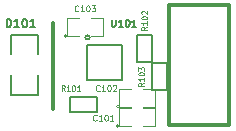
<source format=gto>
G04 #@! TF.FileFunction,Legend,Top*
%FSLAX46Y46*%
G04 Gerber Fmt 4.6, Leading zero omitted, Abs format (unit mm)*
G04 Created by KiCad (PCBNEW (after 2015-mar-04 BZR unknown)-product) date 04/08/2015 09:15:02*
%MOMM*%
G01*
G04 APERTURE LIST*
%ADD10C,0.100000*%
%ADD11C,0.300000*%
%ADD12C,0.099060*%
%ADD13C,0.127000*%
%ADD14C,0.150000*%
%ADD15C,0.304800*%
%ADD16C,0.109220*%
%ADD17C,0.114300*%
%ADD18C,0.152000*%
G04 APERTURE END LIST*
D10*
D11*
X151250000Y-107500000D02*
X151250000Y-107750000D01*
X151250000Y-100500000D02*
X151250000Y-107500000D01*
D12*
X156828500Y-109162000D02*
G75*
G03X156828500Y-109162000I-127000J0D01*
G01*
X157844500Y-109162000D02*
X156828500Y-109162000D01*
X156828500Y-109162000D02*
X156828500Y-107638000D01*
X156828500Y-107638000D02*
X157844500Y-107638000D01*
X158860500Y-107638000D02*
X159876500Y-107638000D01*
X159876500Y-107638000D02*
X159876500Y-109162000D01*
X159876500Y-109162000D02*
X158860500Y-109162000D01*
X156876000Y-107562000D02*
G75*
G03X156876000Y-107562000I-127000J0D01*
G01*
X157892000Y-107562000D02*
X156876000Y-107562000D01*
X156876000Y-107562000D02*
X156876000Y-106038000D01*
X156876000Y-106038000D02*
X157892000Y-106038000D01*
X158908000Y-106038000D02*
X159924000Y-106038000D01*
X159924000Y-106038000D02*
X159924000Y-107562000D01*
X159924000Y-107562000D02*
X158908000Y-107562000D01*
X152428500Y-101562000D02*
G75*
G03X152428500Y-101562000I-127000J0D01*
G01*
X153444500Y-101562000D02*
X152428500Y-101562000D01*
X152428500Y-101562000D02*
X152428500Y-100038000D01*
X152428500Y-100038000D02*
X153444500Y-100038000D01*
X154460500Y-100038000D02*
X155476500Y-100038000D01*
X155476500Y-100038000D02*
X155476500Y-101562000D01*
X155476500Y-101562000D02*
X154460500Y-101562000D01*
D13*
X154943000Y-108035000D02*
X152657000Y-108035000D01*
X152657000Y-108035000D02*
X152657000Y-106765000D01*
X152657000Y-106765000D02*
X154943000Y-106765000D01*
X154943000Y-106765000D02*
X154943000Y-108035000D01*
X158365000Y-103781000D02*
X158365000Y-101495000D01*
X158365000Y-101495000D02*
X159635000Y-101495000D01*
X159635000Y-101495000D02*
X159635000Y-103781000D01*
X159635000Y-103781000D02*
X158365000Y-103781000D01*
D14*
X154355278Y-101675000D02*
G75*
G03X154355278Y-101675000I-180278J0D01*
G01*
X157125000Y-102325000D02*
X154125000Y-102325000D01*
X154125000Y-102325000D02*
X154125000Y-105325000D01*
X154125000Y-105325000D02*
X157125000Y-105325000D01*
X157125000Y-105325000D02*
X157125000Y-102325000D01*
D15*
X166140000Y-98920000D02*
X166140000Y-109080000D01*
X166140000Y-109080000D02*
X161060000Y-109080000D01*
X161060000Y-109080000D02*
X161060000Y-98920000D01*
X161060000Y-98920000D02*
X166140000Y-98920000D01*
D13*
X149943000Y-101460000D02*
X147657000Y-101460000D01*
X147657000Y-101460000D02*
X147657000Y-103111000D01*
X149943000Y-104889000D02*
X149943000Y-106540000D01*
X149943000Y-106540000D02*
X147657000Y-106540000D01*
X147657000Y-106540000D02*
X147657000Y-104889000D01*
X149943000Y-103111000D02*
X149943000Y-101460000D01*
X160885000Y-103857000D02*
X160885000Y-106143000D01*
X160885000Y-106143000D02*
X159615000Y-106143000D01*
X159615000Y-106143000D02*
X159615000Y-103857000D01*
X159615000Y-103857000D02*
X160885000Y-103857000D01*
D16*
X154940052Y-108678707D02*
X154916224Y-108702535D01*
X154844741Y-108726362D01*
X154797086Y-108726362D01*
X154725603Y-108702535D01*
X154677948Y-108654880D01*
X154654120Y-108607224D01*
X154630292Y-108511914D01*
X154630292Y-108440431D01*
X154654120Y-108345120D01*
X154677948Y-108297465D01*
X154725603Y-108249810D01*
X154797086Y-108225982D01*
X154844741Y-108225982D01*
X154916224Y-108249810D01*
X154940052Y-108273638D01*
X155416604Y-108726362D02*
X155130672Y-108726362D01*
X155273638Y-108726362D02*
X155273638Y-108225982D01*
X155225983Y-108297465D01*
X155178328Y-108345120D01*
X155130672Y-108368948D01*
X155726363Y-108225982D02*
X155774018Y-108225982D01*
X155821673Y-108249810D01*
X155845501Y-108273638D01*
X155869328Y-108321293D01*
X155893156Y-108416603D01*
X155893156Y-108535741D01*
X155869328Y-108631052D01*
X155845501Y-108678707D01*
X155821673Y-108702535D01*
X155774018Y-108726362D01*
X155726363Y-108726362D01*
X155678707Y-108702535D01*
X155654880Y-108678707D01*
X155631052Y-108631052D01*
X155607224Y-108535741D01*
X155607224Y-108416603D01*
X155631052Y-108321293D01*
X155654880Y-108273638D01*
X155678707Y-108249810D01*
X155726363Y-108225982D01*
X156369708Y-108726362D02*
X156083776Y-108726362D01*
X156226742Y-108726362D02*
X156226742Y-108225982D01*
X156179087Y-108297465D01*
X156131432Y-108345120D01*
X156083776Y-108368948D01*
X155190052Y-106178707D02*
X155166224Y-106202535D01*
X155094741Y-106226362D01*
X155047086Y-106226362D01*
X154975603Y-106202535D01*
X154927948Y-106154880D01*
X154904120Y-106107224D01*
X154880292Y-106011914D01*
X154880292Y-105940431D01*
X154904120Y-105845120D01*
X154927948Y-105797465D01*
X154975603Y-105749810D01*
X155047086Y-105725982D01*
X155094741Y-105725982D01*
X155166224Y-105749810D01*
X155190052Y-105773638D01*
X155666604Y-106226362D02*
X155380672Y-106226362D01*
X155523638Y-106226362D02*
X155523638Y-105725982D01*
X155475983Y-105797465D01*
X155428328Y-105845120D01*
X155380672Y-105868948D01*
X155976363Y-105725982D02*
X156024018Y-105725982D01*
X156071673Y-105749810D01*
X156095501Y-105773638D01*
X156119328Y-105821293D01*
X156143156Y-105916603D01*
X156143156Y-106035741D01*
X156119328Y-106131052D01*
X156095501Y-106178707D01*
X156071673Y-106202535D01*
X156024018Y-106226362D01*
X155976363Y-106226362D01*
X155928707Y-106202535D01*
X155904880Y-106178707D01*
X155881052Y-106131052D01*
X155857224Y-106035741D01*
X155857224Y-105916603D01*
X155881052Y-105821293D01*
X155904880Y-105773638D01*
X155928707Y-105749810D01*
X155976363Y-105725982D01*
X156333776Y-105773638D02*
X156357604Y-105749810D01*
X156405259Y-105725982D01*
X156524397Y-105725982D01*
X156572053Y-105749810D01*
X156595880Y-105773638D01*
X156619708Y-105821293D01*
X156619708Y-105868948D01*
X156595880Y-105940431D01*
X156309949Y-106226362D01*
X156619708Y-106226362D01*
X153392552Y-99428707D02*
X153368724Y-99452535D01*
X153297241Y-99476362D01*
X153249586Y-99476362D01*
X153178103Y-99452535D01*
X153130448Y-99404880D01*
X153106620Y-99357224D01*
X153082792Y-99261914D01*
X153082792Y-99190431D01*
X153106620Y-99095120D01*
X153130448Y-99047465D01*
X153178103Y-98999810D01*
X153249586Y-98975982D01*
X153297241Y-98975982D01*
X153368724Y-98999810D01*
X153392552Y-99023638D01*
X153869104Y-99476362D02*
X153583172Y-99476362D01*
X153726138Y-99476362D02*
X153726138Y-98975982D01*
X153678483Y-99047465D01*
X153630828Y-99095120D01*
X153583172Y-99118948D01*
X154178863Y-98975982D02*
X154226518Y-98975982D01*
X154274173Y-98999810D01*
X154298001Y-99023638D01*
X154321828Y-99071293D01*
X154345656Y-99166603D01*
X154345656Y-99285741D01*
X154321828Y-99381052D01*
X154298001Y-99428707D01*
X154274173Y-99452535D01*
X154226518Y-99476362D01*
X154178863Y-99476362D01*
X154131207Y-99452535D01*
X154107380Y-99428707D01*
X154083552Y-99381052D01*
X154059724Y-99285741D01*
X154059724Y-99166603D01*
X154083552Y-99071293D01*
X154107380Y-99023638D01*
X154131207Y-98999810D01*
X154178863Y-98975982D01*
X154512449Y-98975982D02*
X154822208Y-98975982D01*
X154655415Y-99166603D01*
X154726897Y-99166603D01*
X154774553Y-99190431D01*
X154798380Y-99214259D01*
X154822208Y-99261914D01*
X154822208Y-99381052D01*
X154798380Y-99428707D01*
X154774553Y-99452535D01*
X154726897Y-99476362D01*
X154583932Y-99476362D01*
X154536276Y-99452535D01*
X154512449Y-99428707D01*
D17*
X152238371Y-106229810D02*
X152085971Y-105987905D01*
X151977114Y-106229810D02*
X151977114Y-105721810D01*
X152151286Y-105721810D01*
X152194828Y-105746000D01*
X152216600Y-105770190D01*
X152238371Y-105818571D01*
X152238371Y-105891143D01*
X152216600Y-105939524D01*
X152194828Y-105963714D01*
X152151286Y-105987905D01*
X151977114Y-105987905D01*
X152673800Y-106229810D02*
X152412543Y-106229810D01*
X152543171Y-106229810D02*
X152543171Y-105721810D01*
X152499628Y-105794381D01*
X152456086Y-105842762D01*
X152412543Y-105866952D01*
X152956829Y-105721810D02*
X153000372Y-105721810D01*
X153043915Y-105746000D01*
X153065686Y-105770190D01*
X153087457Y-105818571D01*
X153109229Y-105915333D01*
X153109229Y-106036286D01*
X153087457Y-106133048D01*
X153065686Y-106181429D01*
X153043915Y-106205619D01*
X153000372Y-106229810D01*
X152956829Y-106229810D01*
X152913286Y-106205619D01*
X152891515Y-106181429D01*
X152869743Y-106133048D01*
X152847972Y-106036286D01*
X152847972Y-105915333D01*
X152869743Y-105818571D01*
X152891515Y-105770190D01*
X152913286Y-105746000D01*
X152956829Y-105721810D01*
X153544658Y-106229810D02*
X153283401Y-106229810D01*
X153414029Y-106229810D02*
X153414029Y-105721810D01*
X153370486Y-105794381D01*
X153326944Y-105842762D01*
X153283401Y-105866952D01*
X159229810Y-100761629D02*
X158987905Y-100914029D01*
X159229810Y-101022886D02*
X158721810Y-101022886D01*
X158721810Y-100848714D01*
X158746000Y-100805172D01*
X158770190Y-100783400D01*
X158818571Y-100761629D01*
X158891143Y-100761629D01*
X158939524Y-100783400D01*
X158963714Y-100805172D01*
X158987905Y-100848714D01*
X158987905Y-101022886D01*
X159229810Y-100326200D02*
X159229810Y-100587457D01*
X159229810Y-100456829D02*
X158721810Y-100456829D01*
X158794381Y-100500372D01*
X158842762Y-100543914D01*
X158866952Y-100587457D01*
X158721810Y-100043171D02*
X158721810Y-99999628D01*
X158746000Y-99956085D01*
X158770190Y-99934314D01*
X158818571Y-99912543D01*
X158915333Y-99890771D01*
X159036286Y-99890771D01*
X159133048Y-99912543D01*
X159181429Y-99934314D01*
X159205619Y-99956085D01*
X159229810Y-99999628D01*
X159229810Y-100043171D01*
X159205619Y-100086714D01*
X159181429Y-100108485D01*
X159133048Y-100130257D01*
X159036286Y-100152028D01*
X158915333Y-100152028D01*
X158818571Y-100130257D01*
X158770190Y-100108485D01*
X158746000Y-100086714D01*
X158721810Y-100043171D01*
X158770190Y-99716599D02*
X158746000Y-99694828D01*
X158721810Y-99651285D01*
X158721810Y-99542428D01*
X158746000Y-99498885D01*
X158770190Y-99477114D01*
X158818571Y-99455342D01*
X158866952Y-99455342D01*
X158939524Y-99477114D01*
X159229810Y-99738371D01*
X159229810Y-99455342D01*
D14*
X156221428Y-100171429D02*
X156221428Y-100657143D01*
X156250000Y-100714286D01*
X156278571Y-100742857D01*
X156335714Y-100771429D01*
X156450000Y-100771429D01*
X156507142Y-100742857D01*
X156535714Y-100714286D01*
X156564285Y-100657143D01*
X156564285Y-100171429D01*
X157164285Y-100771429D02*
X156821428Y-100771429D01*
X156992856Y-100771429D02*
X156992856Y-100171429D01*
X156935713Y-100257143D01*
X156878571Y-100314286D01*
X156821428Y-100342857D01*
X157535714Y-100171429D02*
X157592857Y-100171429D01*
X157650000Y-100200000D01*
X157678571Y-100228571D01*
X157707142Y-100285714D01*
X157735714Y-100400000D01*
X157735714Y-100542857D01*
X157707142Y-100657143D01*
X157678571Y-100714286D01*
X157650000Y-100742857D01*
X157592857Y-100771429D01*
X157535714Y-100771429D01*
X157478571Y-100742857D01*
X157450000Y-100714286D01*
X157421428Y-100657143D01*
X157392857Y-100542857D01*
X157392857Y-100400000D01*
X157421428Y-100285714D01*
X157450000Y-100228571D01*
X157478571Y-100200000D01*
X157535714Y-100171429D01*
X158307143Y-100771429D02*
X157964286Y-100771429D01*
X158135714Y-100771429D02*
X158135714Y-100171429D01*
X158078571Y-100257143D01*
X158021429Y-100314286D01*
X157964286Y-100342857D01*
D18*
X147316667Y-100816667D02*
X147316667Y-100116667D01*
X147483333Y-100116667D01*
X147583333Y-100150000D01*
X147650000Y-100216667D01*
X147683333Y-100283333D01*
X147716667Y-100416667D01*
X147716667Y-100516667D01*
X147683333Y-100650000D01*
X147650000Y-100716667D01*
X147583333Y-100783333D01*
X147483333Y-100816667D01*
X147316667Y-100816667D01*
X148383333Y-100816667D02*
X147983333Y-100816667D01*
X148183333Y-100816667D02*
X148183333Y-100116667D01*
X148116667Y-100216667D01*
X148050000Y-100283333D01*
X147983333Y-100316667D01*
X148816667Y-100116667D02*
X148883334Y-100116667D01*
X148950000Y-100150000D01*
X148983334Y-100183333D01*
X149016667Y-100250000D01*
X149050000Y-100383333D01*
X149050000Y-100550000D01*
X149016667Y-100683333D01*
X148983334Y-100750000D01*
X148950000Y-100783333D01*
X148883334Y-100816667D01*
X148816667Y-100816667D01*
X148750000Y-100783333D01*
X148716667Y-100750000D01*
X148683334Y-100683333D01*
X148650000Y-100550000D01*
X148650000Y-100383333D01*
X148683334Y-100250000D01*
X148716667Y-100183333D01*
X148750000Y-100150000D01*
X148816667Y-100116667D01*
X149716667Y-100816667D02*
X149316667Y-100816667D01*
X149516667Y-100816667D02*
X149516667Y-100116667D01*
X149450001Y-100216667D01*
X149383334Y-100283333D01*
X149316667Y-100316667D01*
D17*
X158979810Y-105511629D02*
X158737905Y-105664029D01*
X158979810Y-105772886D02*
X158471810Y-105772886D01*
X158471810Y-105598714D01*
X158496000Y-105555172D01*
X158520190Y-105533400D01*
X158568571Y-105511629D01*
X158641143Y-105511629D01*
X158689524Y-105533400D01*
X158713714Y-105555172D01*
X158737905Y-105598714D01*
X158737905Y-105772886D01*
X158979810Y-105076200D02*
X158979810Y-105337457D01*
X158979810Y-105206829D02*
X158471810Y-105206829D01*
X158544381Y-105250372D01*
X158592762Y-105293914D01*
X158616952Y-105337457D01*
X158471810Y-104793171D02*
X158471810Y-104749628D01*
X158496000Y-104706085D01*
X158520190Y-104684314D01*
X158568571Y-104662543D01*
X158665333Y-104640771D01*
X158786286Y-104640771D01*
X158883048Y-104662543D01*
X158931429Y-104684314D01*
X158955619Y-104706085D01*
X158979810Y-104749628D01*
X158979810Y-104793171D01*
X158955619Y-104836714D01*
X158931429Y-104858485D01*
X158883048Y-104880257D01*
X158786286Y-104902028D01*
X158665333Y-104902028D01*
X158568571Y-104880257D01*
X158520190Y-104858485D01*
X158496000Y-104836714D01*
X158471810Y-104793171D01*
X158471810Y-104488371D02*
X158471810Y-104205342D01*
X158665333Y-104357742D01*
X158665333Y-104292428D01*
X158689524Y-104248885D01*
X158713714Y-104227114D01*
X158762095Y-104205342D01*
X158883048Y-104205342D01*
X158931429Y-104227114D01*
X158955619Y-104248885D01*
X158979810Y-104292428D01*
X158979810Y-104423056D01*
X158955619Y-104466599D01*
X158931429Y-104488371D01*
M02*

</source>
